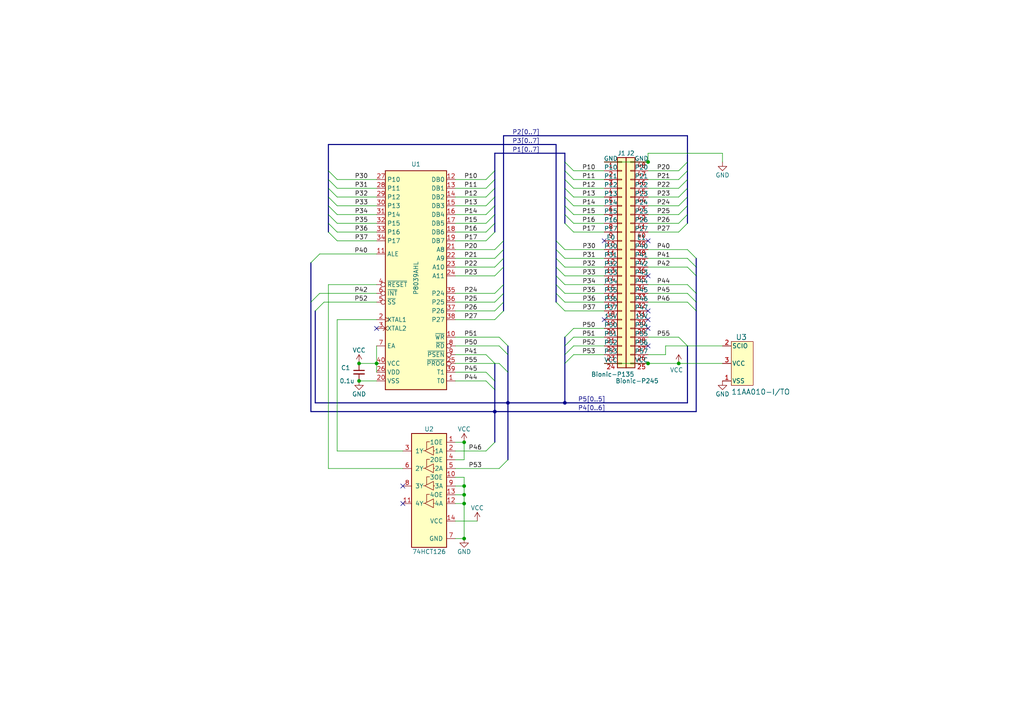
<source format=kicad_sch>
(kicad_sch (version 20230121) (generator eeschema)
  (paper "A4")
  (title_block (title "BionicP8048") (date "2022-01-18") (rev "1") (company "Tadashi G. Takaoka"))
  (lib_symbols
    (symbol "0-LocalLibrary:11AA010-I_TO" (pin_names (offset 0.254))
      (property "Reference" "U" (at 2.54 1.27 0))
      (property "Value" "11AA010-I/TO" (at 3.81 -13.97 0))
      (symbol "11AA010-I_TO_1_1"
        (rectangle (start 0 0) (end 6.35 -12.7) (fill (type background)))
        (pin power_in line (at -2.54 -11.43 0) (length 2.54) (name "VSS") (number "1"))
        (pin bidirectional line (at -2.54 -1.27 0) (length 2.54) (name "SCIO") (number "2"))
        (pin power_in line (at -2.54 -6.35 0) (length 2.54) (name "VCC") (number "3"))
      )
    )
    (symbol "0-LocalLibrary:74HCT126" (pin_names (offset 1.016))
      (property "Reference" "U" (at 0 16.51 0))
      (property "Value" "74HCT126" (at 0 -19.05 0))
      (symbol "74HCT126_0_1"
        (polyline (pts (xy -1.2954 10.2108) (xy -1.6002 10.2108)))
        (polyline (pts (xy 1.2954 10.2362) (xy 1.651 10.2362)))
        (polyline (pts (xy 0.7112 10.5664) (xy 0.7112 12.827) (xy -0.127 12.827) (xy -0.1016 12.827)))
      )
      (symbol "74HCT126_1_0"
        (polyline (pts (xy 1.27 10.2362) (xy -1.27 11.5062) (xy -1.27 8.9662) (xy 1.27 10.2362)) (stroke (width 0.1524)))
        (pin input line (at -7.62 12.7 0) (length 2.54) (name "1OE") (number "1"))
        (pin input line (at -7.62 2.54 0) (length 2.54) (name "3OE") (number "10"))
        (pin tri_state line (at 7.62 -5.08 180) (length 2.54) (name "4Y") (number "11"))
        (pin input line (at -7.62 -5.08 0) (length 2.54) (name "4A") (number "12"))
        (pin input line (at -7.62 -2.54 0) (length 2.54) (name "4OE") (number "13"))
        (pin power_in line (at -7.62 -10.16 0) (length 2.54) (name "VCC") (number "14"))
        (pin input line (at -7.62 10.16 0) (length 2.54) (name "1A") (number "2"))
        (pin tri_state line (at 7.62 10.16 180) (length 2.54) (name "1Y") (number "3"))
        (pin input line (at -7.62 7.62 0) (length 2.54) (name "2OE") (number "4"))
        (pin input line (at -7.62 5.08 0) (length 2.54) (name "2A") (number "5"))
        (pin tri_state line (at 7.62 5.08 180) (length 2.54) (name "2Y") (number "6"))
        (pin power_in line (at -7.62 -15.24 0) (length 2.54) (name "GND") (number "7"))
        (pin tri_state line (at 7.62 0 180) (length 2.54) (name "3Y") (number "8"))
        (pin input line (at -7.62 0 0) (length 2.54) (name "3A") (number "9"))
      )
      (symbol "74HCT126_1_1"
        (rectangle (start -5.08 15.24) (end 5.08 -17.78) (stroke (width 0.254)) (fill (type background)))
        (polyline (pts (xy -1.2954 -5.0292) (xy -1.6002 -5.0292)))
        (polyline (pts (xy -1.2954 0.0508) (xy -1.6002 0.0508)))
        (polyline (pts (xy -1.2954 5.1308) (xy -1.6002 5.1308)))
        (polyline (pts (xy 1.2954 -5.0038) (xy 1.651 -5.0038)))
        (polyline (pts (xy 1.2954 0.0762) (xy 1.651 0.0762)))
        (polyline (pts (xy 1.2954 5.1562) (xy 1.651 5.1562)))
        (polyline (pts (xy 0.7112 -4.6736) (xy 0.7112 -2.413) (xy -0.127 -2.413) (xy -0.1016 -2.413)))
        (polyline (pts (xy 0.7112 0.4064) (xy 0.7112 2.667) (xy -0.127 2.667) (xy -0.1016 2.667)))
        (polyline (pts (xy 0.7112 5.4864) (xy 0.7112 7.747) (xy -0.127 7.747) (xy -0.1016 7.747)))
        (polyline (pts (xy 1.27 -5.0038) (xy -1.27 -3.7338) (xy -1.27 -6.2738) (xy 1.27 -5.0038)) (stroke (width 0.1524)))
        (polyline (pts (xy 1.27 0.0762) (xy -1.27 1.3462) (xy -1.27 -1.1938) (xy 1.27 0.0762)) (stroke (width 0.1524)))
        (polyline (pts (xy 1.27 5.1562) (xy -1.27 6.4262) (xy -1.27 3.8862) (xy 1.27 5.1562)) (stroke (width 0.1524)))
      )
    )
    (symbol "0-LocalLibrary:Bionic-P135" (pin_names (offset 0))
      (property "Reference" "J" (at 0 30.48 0))
      (property "Value" "Bionic-P135" (at -1.27 -33.02 0))
      (symbol "Bionic-P135_1_1"
        (rectangle (start -1.27 -30.353) (end 0 -30.607) (stroke (width 0.1524)))
        (rectangle (start -1.27 -27.813) (end 0 -28.067) (stroke (width 0.1524)))
        (rectangle (start -1.27 -25.273) (end 0 -25.527) (stroke (width 0.1524)))
        (rectangle (start -1.27 -22.733) (end 0 -22.987) (stroke (width 0.1524)))
        (rectangle (start -1.27 -20.193) (end 0 -20.447) (stroke (width 0.1524)))
        (rectangle (start -1.27 -17.653) (end 0 -17.907) (stroke (width 0.1524)))
        (rectangle (start -1.27 -15.113) (end 0 -15.367) (stroke (width 0.1524)))
        (rectangle (start -1.27 -12.573) (end 0 -12.827) (stroke (width 0.1524)))
        (rectangle (start -1.27 -10.033) (end 0 -10.287) (stroke (width 0.1524)))
        (rectangle (start -1.27 -7.493) (end 0 -7.747) (stroke (width 0.1524)))
        (rectangle (start -1.27 -4.953) (end 0 -5.207) (stroke (width 0.1524)))
        (rectangle (start -1.27 -2.413) (end 0 -2.667) (stroke (width 0.1524)))
        (rectangle (start -1.27 0.127) (end 0 -0.127) (stroke (width 0.1524)))
        (rectangle (start -1.27 2.667) (end 0 2.413) (stroke (width 0.1524)))
        (rectangle (start -1.27 5.207) (end 0 4.953) (stroke (width 0.1524)))
        (rectangle (start -1.27 7.747) (end 0 7.493) (stroke (width 0.1524)))
        (rectangle (start -1.27 10.287) (end 0 10.033) (stroke (width 0.1524)))
        (rectangle (start -1.27 12.827) (end 0 12.573) (stroke (width 0.1524)))
        (rectangle (start -1.27 15.367) (end 0 15.113) (stroke (width 0.1524)))
        (rectangle (start -1.27 17.907) (end 0 17.653) (stroke (width 0.1524)))
        (rectangle (start -1.27 20.447) (end 0 20.193) (stroke (width 0.1524)))
        (rectangle (start -1.27 22.987) (end 0 22.733) (stroke (width 0.1524)))
        (rectangle (start -1.27 25.527) (end 0 25.273) (stroke (width 0.1524)))
        (rectangle (start -1.27 28.067) (end 0 27.813) (stroke (width 0.1524)))
        (rectangle (start -1.27 29.21) (end 1.27 -31.75) (stroke (width 0.254)) (fill (type background)))
        (pin power_out line (at -5.08 27.94 0) (length 3.81) (name "GND") (number "1"))
        (pin bidirectional line (at -5.08 5.08 0) (length 3.81) (name "E0") (number "10"))
        (pin bidirectional line (at -5.08 2.54 0) (length 3.81) (name "P30") (number "11"))
        (pin bidirectional line (at -5.08 0 0) (length 3.81) (name "P31") (number "12"))
        (pin bidirectional line (at -5.08 -2.54 0) (length 3.81) (name "P32") (number "13"))
        (pin bidirectional line (at -5.08 -5.08 0) (length 3.81) (name "P33") (number "14"))
        (pin bidirectional line (at -5.08 -7.62 0) (length 3.81) (name "P34") (number "15"))
        (pin bidirectional line (at -5.08 -10.16 0) (length 3.81) (name "P35") (number "16"))
        (pin bidirectional line (at -5.08 -12.7 0) (length 3.81) (name "P36") (number "17"))
        (pin bidirectional line (at -5.08 -15.24 0) (length 3.81) (name "P37") (number "18"))
        (pin power_out line (at -5.08 -17.78 0) (length 3.81) (name "15V") (number "19"))
        (pin bidirectional line (at -5.08 25.4 0) (length 3.81) (name "P10") (number "2"))
        (pin bidirectional line (at -5.08 -20.32 0) (length 3.81) (name "P50") (number "20"))
        (pin bidirectional line (at -5.08 -22.86 0) (length 3.81) (name "P51") (number "21"))
        (pin bidirectional line (at -5.08 -25.4 0) (length 3.81) (name "P52") (number "22"))
        (pin bidirectional line (at -5.08 -27.94 0) (length 3.81) (name "P53") (number "23"))
        (pin power_out line (at -5.08 -30.48 0) (length 3.81) (name "VCC") (number "24"))
        (pin bidirectional line (at -5.08 22.86 0) (length 3.81) (name "P11") (number "3"))
        (pin bidirectional line (at -5.08 20.32 0) (length 3.81) (name "P12") (number "4"))
        (pin bidirectional line (at -5.08 17.78 0) (length 3.81) (name "P13") (number "5"))
        (pin bidirectional line (at -5.08 15.24 0) (length 3.81) (name "P14") (number "6"))
        (pin bidirectional line (at -5.08 12.7 0) (length 3.81) (name "P15") (number "7"))
        (pin bidirectional line (at -5.08 10.16 0) (length 3.81) (name "P16") (number "8"))
        (pin bidirectional line (at -5.08 7.62 0) (length 3.81) (name "P17") (number "9"))
      )
    )
    (symbol "0-LocalLibrary:Bionic-P245" (pin_names (offset 0))
      (property "Reference" "J" (at -3.81 30.48 0))
      (property "Value" "Bionic-P245" (at -1.27 -33.02 0))
      (symbol "Bionic-P245_1_1"
        (rectangle (start -5.08 -31.75) (end -2.54 29.21) (stroke (width 0.254)) (fill (type background)))
        (rectangle (start -3.81 -30.607) (end -2.54 -30.353) (stroke (width 0.1524)))
        (rectangle (start -3.81 -28.067) (end -2.54 -27.813) (stroke (width 0.1524)))
        (rectangle (start -3.81 -25.527) (end -2.54 -25.273) (stroke (width 0.1524)))
        (rectangle (start -3.81 -22.987) (end -2.54 -22.733) (stroke (width 0.1524)))
        (rectangle (start -3.81 -20.447) (end -2.54 -20.193) (stroke (width 0.1524)))
        (rectangle (start -3.81 -17.907) (end -2.54 -17.653) (stroke (width 0.1524)))
        (rectangle (start -3.81 -15.367) (end -2.54 -15.113) (stroke (width 0.1524)))
        (rectangle (start -3.81 -12.827) (end -2.54 -12.573) (stroke (width 0.1524)))
        (rectangle (start -3.81 -10.287) (end -2.54 -10.033) (stroke (width 0.1524)))
        (rectangle (start -3.81 -7.747) (end -2.54 -7.493) (stroke (width 0.1524)))
        (rectangle (start -3.81 -5.207) (end -2.54 -4.953) (stroke (width 0.1524)))
        (rectangle (start -3.81 -2.667) (end -2.54 -2.413) (stroke (width 0.1524)))
        (rectangle (start -3.81 -0.127) (end -2.54 0.127) (stroke (width 0.1524)))
        (rectangle (start -3.81 2.413) (end -2.54 2.667) (stroke (width 0.1524)))
        (rectangle (start -3.81 4.953) (end -2.54 5.207) (stroke (width 0.1524)))
        (rectangle (start -3.81 7.493) (end -2.54 7.747) (stroke (width 0.1524)))
        (rectangle (start -3.81 10.033) (end -2.54 10.287) (stroke (width 0.1524)))
        (rectangle (start -3.81 12.573) (end -2.54 12.827) (stroke (width 0.1524)))
        (rectangle (start -3.81 15.113) (end -2.54 15.367) (stroke (width 0.1524)))
        (rectangle (start -3.81 17.653) (end -2.54 17.907) (stroke (width 0.1524)))
        (rectangle (start -3.81 20.193) (end -2.54 20.447) (stroke (width 0.1524)))
        (rectangle (start -3.81 22.733) (end -2.54 22.987) (stroke (width 0.1524)))
        (rectangle (start -3.81 25.273) (end -2.54 25.527) (stroke (width 0.1524)))
        (rectangle (start -3.81 27.813) (end -2.54 28.067) (stroke (width 0.1524)))
        (pin power_in line (at 1.27 -30.48 180) (length 3.81) (name "VCC") (number "25"))
        (pin bidirectional line (at 1.27 -27.94 180) (length 3.81) (name "P57") (number "26"))
        (pin bidirectional line (at 1.27 -25.4 180) (length 3.81) (name "P56") (number "27"))
        (pin bidirectional line (at 1.27 -22.86 180) (length 3.81) (name "P55") (number "28"))
        (pin bidirectional line (at 1.27 -20.32 180) (length 3.81) (name "P54") (number "29"))
        (pin power_in line (at 1.27 -17.78 180) (length 3.81) (name "15V") (number "30"))
        (pin bidirectional line (at 1.27 -15.24 180) (length 3.81) (name "P47") (number "31"))
        (pin bidirectional line (at 1.27 -12.7 180) (length 3.81) (name "P46") (number "32"))
        (pin bidirectional line (at 1.27 -10.16 180) (length 3.81) (name "P45") (number "33"))
        (pin bidirectional line (at 1.27 -7.62 180) (length 3.81) (name "P44") (number "34"))
        (pin bidirectional line (at 1.27 -5.08 180) (length 3.81) (name "P43") (number "35"))
        (pin bidirectional line (at 1.27 -2.54 180) (length 3.81) (name "P42") (number "36"))
        (pin bidirectional line (at 1.27 0 180) (length 3.81) (name "P41") (number "37"))
        (pin bidirectional line (at 1.27 2.54 180) (length 3.81) (name "P40") (number "38"))
        (pin bidirectional line (at 1.27 5.08 180) (length 3.81) (name "E1") (number "39"))
        (pin bidirectional line (at 1.27 7.62 180) (length 3.81) (name "P27") (number "40"))
        (pin bidirectional line (at 1.27 10.16 180) (length 3.81) (name "P26") (number "41"))
        (pin bidirectional line (at 1.27 12.7 180) (length 3.81) (name "P25") (number "42"))
        (pin bidirectional line (at 1.27 15.24 180) (length 3.81) (name "P24") (number "43"))
        (pin bidirectional line (at 1.27 17.78 180) (length 3.81) (name "P23") (number "44"))
        (pin bidirectional line (at 1.27 20.32 180) (length 3.81) (name "P22") (number "45"))
        (pin bidirectional line (at 1.27 22.86 180) (length 3.81) (name "P21") (number "46"))
        (pin bidirectional line (at 1.27 25.4 180) (length 3.81) (name "P20") (number "47"))
        (pin power_in line (at 1.27 27.94 180) (length 3.81) (name "GND") (number "48"))
      )
    )
    (symbol "0-LocalLibrary:P8039AHL"
      (property "Reference" "U" (at -1.27 31.75 0))
      (property "Value" "P8039AHL" (at 0 -3.81 90))
      (symbol "P8039AHL_0_1"
        (rectangle (start -8.89 -33.02) (end 8.89 30.48) (stroke (width 0.254)) (fill (type background)))
      )
      (symbol "P8039AHL_1_1"
        (pin output line (at 11.43 -30.48 180) (length 2.54) (name "T0") (number "1"))
        (pin output line (at 11.43 -17.78 180) (length 2.54) (name "~{WR}") (number "10"))
        (pin output line (at -11.43 6.35 0) (length 2.54) (name "ALE") (number "11"))
        (pin bidirectional line (at 11.43 27.94 180) (length 2.54) (name "DB0") (number "12"))
        (pin bidirectional line (at 11.43 25.4 180) (length 2.54) (name "DB1") (number "13"))
        (pin bidirectional line (at 11.43 22.86 180) (length 2.54) (name "DB2") (number "14"))
        (pin bidirectional line (at 11.43 20.32 180) (length 2.54) (name "DB3") (number "15"))
        (pin bidirectional line (at 11.43 17.78 180) (length 2.54) (name "DB4") (number "16"))
        (pin bidirectional line (at 11.43 15.24 180) (length 2.54) (name "DB5") (number "17"))
        (pin bidirectional line (at 11.43 12.7 180) (length 2.54) (name "DB6") (number "18"))
        (pin bidirectional line (at 11.43 10.16 180) (length 2.54) (name "DB7") (number "19"))
        (pin input clock (at -11.43 -12.7 0) (length 2.54) (name "XTAL1") (number "2"))
        (pin power_in line (at -11.43 -30.48 0) (length 2.54) (name "VSS") (number "20"))
        (pin output line (at 11.43 7.62 180) (length 2.54) (name "A8") (number "21"))
        (pin output line (at 11.43 5.08 180) (length 2.54) (name "A9") (number "22"))
        (pin output line (at 11.43 2.54 180) (length 2.54) (name "A10") (number "23"))
        (pin output line (at 11.43 0 180) (length 2.54) (name "A11") (number "24"))
        (pin output inverted (at 11.43 -25.4 180) (length 2.54) (name "~{PROG}") (number "25"))
        (pin power_in line (at -11.43 -27.94 0) (length 2.54) (name "VDD") (number "26"))
        (pin bidirectional line (at -11.43 27.94 0) (length 2.54) (name "P10") (number "27"))
        (pin bidirectional line (at -11.43 25.4 0) (length 2.54) (name "P11") (number "28"))
        (pin bidirectional line (at -11.43 22.86 0) (length 2.54) (name "P12") (number "29"))
        (pin input non_logic (at -11.43 -15.24 0) (length 2.54) (name "XTAL2") (number "3"))
        (pin bidirectional line (at -11.43 20.32 0) (length 2.54) (name "P13") (number "30"))
        (pin bidirectional line (at -11.43 17.78 0) (length 2.54) (name "P14") (number "31"))
        (pin bidirectional line (at -11.43 15.24 0) (length 2.54) (name "P15") (number "32"))
        (pin bidirectional line (at -11.43 12.7 0) (length 2.54) (name "P16") (number "33"))
        (pin bidirectional line (at -11.43 10.16 0) (length 2.54) (name "P17") (number "34"))
        (pin bidirectional line (at 11.43 -5.08 180) (length 2.54) (name "P24") (number "35"))
        (pin bidirectional line (at 11.43 -7.62 180) (length 2.54) (name "P25") (number "36"))
        (pin bidirectional line (at 11.43 -10.16 180) (length 2.54) (name "P26") (number "37"))
        (pin bidirectional line (at 11.43 -12.7 180) (length 2.54) (name "P27") (number "38"))
        (pin output line (at 11.43 -27.94 180) (length 2.54) (name "T1") (number "39"))
        (pin input inverted (at -11.43 -2.54 0) (length 2.54) (name "~{RESET}") (number "4"))
        (pin power_in line (at -11.43 -25.4 0) (length 2.54) (name "VCC") (number "40"))
        (pin input inverted (at -11.43 -7.62 0) (length 2.54) (name "~{SS}") (number "5"))
        (pin input inverted (at -11.43 -5.08 0) (length 2.54) (name "~{INT}") (number "6"))
        (pin input line (at -11.43 -20.32 0) (length 2.54) (name "EA") (number "7"))
        (pin output inverted (at 11.43 -20.32 180) (length 2.54) (name "~{RD}") (number "8"))
        (pin output inverted (at 11.43 -22.86 180) (length 2.54) (name "~{PSEN}") (number "9"))
      )
    )
    (symbol "Device:C_Small" (pin_numbers hide) (pin_names (offset 0.254) hide)
      (property "Reference" "C" (at 0.254 1.778 0))
      (property "Value" "C_Small" (at 0.254 -2.032 0))
      (symbol "C_Small_0_1"
        (polyline (pts (xy -1.524 -0.508) (xy 1.524 -0.508)) (stroke (width 0.3302)))
        (polyline (pts (xy -1.524 0.508) (xy 1.524 0.508)) (stroke (width 0.3048)))
      )
      (symbol "C_Small_1_1"
        (pin passive line (at 0 2.54 270) (length 2.032) (name "~") (number "1"))
        (pin passive line (at 0 -2.54 90) (length 2.032) (name "~") (number "2"))
      )
    )
    (symbol "power:GND" (power) (pin_names (offset 0))
      (property "Value" "GND" (at 0 -3.81 0))
      (symbol "GND_0_1"
        (polyline (pts (xy 0 0) (xy 0 -1.27) (xy 1.27 -1.27) (xy 0 -2.54) (xy -1.27 -1.27) (xy 0 -1.27)))
      )
      (symbol "GND_1_1"
        (pin power_in line (at 0 0 270) (length 0) hide (name "GND") (number "1"))
      )
    )
    (symbol "power:VCC" (power) (pin_names (offset 0))
      (property "Value" "VCC" (at 0 3.81 0))
      (symbol "VCC_0_1"
        (polyline (pts (xy -0.762 1.27) (xy 0 2.54)))
        (polyline (pts (xy 0 0) (xy 0 2.54)))
        (polyline (pts (xy 0 2.54) (xy 0.762 1.27)))
      )
      (symbol "VCC_1_1"
        (pin power_in line (at 0 0 90) (length 0) hide (name "VCC") (number "1"))
      )
    )
  )
  (junction (at 134.62 140.97))
  (junction (at 134.62 128.27))
  (junction (at 109.22 105.41))
  (junction (at 143.51 119.38))
  (junction (at 134.62 156.21))
  (junction (at 104.14 105.41))
  (junction (at 104.14 110.49))
  (junction (at 187.96 105.41))
  (junction (at 196.85 105.41))
  (junction (at 134.62 143.51))
  (junction (at 134.62 146.05))
  (junction (at 147.32 116.84))
  (junction (at 163.83 116.84))
  (junction (at 187.96 46.99))
  (no_connect (at 175.26 92.71))
  (no_connect (at 175.26 69.85))
  (no_connect (at 116.84 146.05))
  (no_connect (at 187.96 90.17))
  (no_connect (at 109.22 95.25))
  (no_connect (at 187.96 80.01))
  (no_connect (at 187.96 69.85))
  (no_connect (at 116.84 140.97))
  (no_connect (at 187.96 100.33))
  (no_connect (at 187.96 95.25))
  (no_connect (at 187.96 92.71))
  (bus_entry (at 143.51 128.27) (size -2.54 2.54))
  (bus_entry (at 95.25 57.15) (size 2.54 2.54))
  (bus_entry (at 199.39 52.07) (size -2.54 2.54))
  (bus_entry (at 199.39 74.93) (size 2.54 2.54))
  (bus_entry (at 95.25 59.69) (size 2.54 2.54))
  (bus_entry (at 140.97 52.07) (size 2.54 -2.54))
  (bus_entry (at 161.29 82.55) (size 2.54 2.54))
  (bus_entry (at 199.39 54.61) (size -2.54 2.54))
  (bus_entry (at 146.05 74.93) (size -2.54 2.54))
  (bus_entry (at 199.39 77.47) (size 2.54 2.54))
  (bus_entry (at 146.05 77.47) (size -2.54 2.54))
  (bus_entry (at 146.05 82.55) (size -2.54 2.54))
  (bus_entry (at 140.97 62.23) (size 2.54 -2.54))
  (bus_entry (at 140.97 69.85) (size 2.54 -2.54))
  (bus_entry (at 163.83 102.87) (size 2.54 -2.54))
  (bus_entry (at 199.39 62.23) (size -2.54 2.54))
  (bus_entry (at 199.39 82.55) (size 2.54 2.54))
  (bus_entry (at 199.39 59.69) (size -2.54 2.54))
  (bus_entry (at 163.83 100.33) (size 2.54 -2.54))
  (bus_entry (at 95.25 49.53) (size 2.54 2.54))
  (bus_entry (at 95.25 67.31) (size 2.54 2.54))
  (bus_entry (at 140.97 59.69) (size 2.54 -2.54))
  (bus_entry (at 140.97 107.95) (size 2.54 2.54))
  (bus_entry (at 166.37 57.15) (size -2.54 -2.54))
  (bus_entry (at 140.97 64.77) (size 2.54 -2.54))
  (bus_entry (at 166.37 62.23) (size -2.54 -2.54))
  (bus_entry (at 161.29 87.63) (size 2.54 2.54))
  (bus_entry (at 166.37 49.53) (size -2.54 -2.54))
  (bus_entry (at 147.32 102.87) (size -2.54 -2.54))
  (bus_entry (at 147.32 133.35) (size -2.54 2.54))
  (bus_entry (at 146.05 69.85) (size -2.54 2.54))
  (bus_entry (at 199.39 57.15) (size -2.54 2.54))
  (bus_entry (at 199.39 64.77) (size -2.54 2.54))
  (bus_entry (at 146.05 90.17) (size -2.54 2.54))
  (bus_entry (at 140.97 54.61) (size 2.54 -2.54))
  (bus_entry (at 147.32 100.33) (size -2.54 -2.54))
  (bus_entry (at 163.83 105.41) (size 2.54 -2.54))
  (bus_entry (at 140.97 110.49) (size 2.54 2.54))
  (bus_entry (at 199.39 46.99) (size -2.54 2.54))
  (bus_entry (at 161.29 74.93) (size 2.54 2.54))
  (bus_entry (at 146.05 85.09) (size -2.54 2.54))
  (bus_entry (at 166.37 59.69) (size -2.54 -2.54))
  (bus_entry (at 199.39 87.63) (size 2.54 2.54))
  (bus_entry (at 90.17 87.63) (size 2.54 -2.54))
  (bus_entry (at 140.97 57.15) (size 2.54 -2.54))
  (bus_entry (at 199.39 72.39) (size 2.54 2.54))
  (bus_entry (at 196.85 97.79) (size 2.54 2.54))
  (bus_entry (at 140.97 102.87) (size 2.54 2.54))
  (bus_entry (at 90.17 76.2) (size 2.54 -2.54))
  (bus_entry (at 95.25 52.07) (size 2.54 2.54))
  (bus_entry (at 199.39 49.53) (size -2.54 2.54))
  (bus_entry (at 146.05 87.63) (size -2.54 2.54))
  (bus_entry (at 163.83 97.79) (size 2.54 -2.54))
  (bus_entry (at 147.32 107.95) (size -2.54 -2.54))
  (bus_entry (at 166.37 64.77) (size -2.54 -2.54))
  (bus_entry (at 161.29 80.01) (size 2.54 2.54))
  (bus_entry (at 161.29 77.47) (size 2.54 2.54))
  (bus_entry (at 166.37 52.07) (size -2.54 -2.54))
  (bus_entry (at 140.97 67.31) (size 2.54 -2.54))
  (bus_entry (at 95.25 64.77) (size 2.54 2.54))
  (bus_entry (at 166.37 54.61) (size -2.54 -2.54))
  (bus_entry (at 199.39 85.09) (size 2.54 2.54))
  (bus_entry (at 95.25 54.61) (size 2.54 2.54))
  (bus_entry (at 161.29 69.85) (size 2.54 2.54))
  (bus_entry (at 95.25 62.23) (size 2.54 2.54))
  (bus_entry (at 161.29 85.09) (size 2.54 2.54))
  (bus_entry (at 146.05 72.39) (size -2.54 2.54))
  (bus_entry (at 166.37 67.31) (size -2.54 -2.54))
  (bus_entry (at 161.29 72.39) (size 2.54 2.54))
  (bus_entry (at 91.44 90.17) (size 2.54 -2.54))
  (wire (pts (xy 109.22 100.33) (xy 109.22 105.41)))
  (wire (pts (xy 132.08 105.41) (xy 143.51 105.41)))
  (wire (pts (xy 193.04 100.33) (xy 199.39 100.33)))
  (bus (pts (xy 199.39 59.69) (xy 199.39 62.23)))
  (bus (pts (xy 199.39 100.33) (xy 199.39 116.84)))
  (bus (pts (xy 199.39 39.37) (xy 146.05 39.37)))
  (bus (pts (xy 91.44 90.17) (xy 91.44 116.84)))
  (wire (pts (xy 163.83 72.39) (xy 175.26 72.39)))
  (bus (pts (xy 143.51 44.45) (xy 143.51 49.53)))
  (bus (pts (xy 161.29 41.91) (xy 95.25 41.91)))
  (bus (pts (xy 147.32 116.84) (xy 91.44 116.84)))
  (wire (pts (xy 97.79 69.85) (xy 109.22 69.85)))
  (wire (pts (xy 97.79 59.69) (xy 109.22 59.69)))
  (bus (pts (xy 143.51 54.61) (xy 143.51 57.15)))
  (wire (pts (xy 132.08 85.09) (xy 143.51 85.09)))
  (wire (pts (xy 132.08 110.49) (xy 140.97 110.49)))
  (wire (pts (xy 132.08 146.05) (xy 134.62 146.05)))
  (wire (pts (xy 196.85 105.41) (xy 209.55 105.41)))
  (wire (pts (xy 132.08 156.21) (xy 134.62 156.21)))
  (bus (pts (xy 161.29 85.09) (xy 161.29 82.55)))
  (wire (pts (xy 109.22 105.41) (xy 109.855 105.41)))
  (bus (pts (xy 163.83 49.53) (xy 163.83 52.07)))
  (wire (pts (xy 132.08 59.69) (xy 140.97 59.69)))
  (wire (pts (xy 132.08 57.15) (xy 140.97 57.15)))
  (wire (pts (xy 97.79 64.77) (xy 109.22 64.77)))
  (wire (pts (xy 175.26 67.31) (xy 166.37 67.31)))
  (wire (pts (xy 132.08 151.13) (xy 138.43 151.13)))
  (wire (pts (xy 97.79 130.81) (xy 97.79 92.71)))
  (wire (pts (xy 134.62 146.05) (xy 134.62 156.21)))
  (wire (pts (xy 97.79 57.15) (xy 109.22 57.15)))
  (wire (pts (xy 97.79 67.31) (xy 109.22 67.31)))
  (wire (pts (xy 187.96 57.15) (xy 196.85 57.15)))
  (bus (pts (xy 161.29 77.47) (xy 161.29 74.93)))
  (bus (pts (xy 199.39 49.53) (xy 199.39 52.07)))
  (wire (pts (xy 163.83 74.93) (xy 175.26 74.93)))
  (bus (pts (xy 163.83 57.15) (xy 163.83 59.69)))
  (bus (pts (xy 146.05 39.37) (xy 146.05 69.85)))
  (bus (pts (xy 146.05 82.55) (xy 146.05 85.09)))
  (bus (pts (xy 161.29 80.01) (xy 161.29 77.47)))
  (bus (pts (xy 163.83 105.41) (xy 163.83 116.84)))
  (bus (pts (xy 146.05 85.09) (xy 146.05 87.63)))
  (wire (pts (xy 175.26 64.77) (xy 166.37 64.77)))
  (wire (pts (xy 163.83 82.55) (xy 175.26 82.55)))
  (bus (pts (xy 90.17 87.63) (xy 90.17 119.38)))
  (wire (pts (xy 132.08 74.93) (xy 143.51 74.93)))
  (wire (pts (xy 187.96 44.45) (xy 209.55 44.45)))
  (bus (pts (xy 163.83 59.69) (xy 163.83 62.23)))
  (bus (pts (xy 143.51 105.41) (xy 143.51 110.49)))
  (bus (pts (xy 146.05 72.39) (xy 146.05 74.93)))
  (bus (pts (xy 199.39 57.15) (xy 199.39 59.69)))
  (wire (pts (xy 132.08 92.71) (xy 143.51 92.71)))
  (wire (pts (xy 109.22 82.55) (xy 95.25 82.55)))
  (bus (pts (xy 143.51 119.38) (xy 143.51 128.27)))
  (wire (pts (xy 187.96 97.79) (xy 196.85 97.79)))
  (wire (pts (xy 175.26 46.99) (xy 187.96 46.99)))
  (wire (pts (xy 187.96 87.63) (xy 199.39 87.63)))
  (bus (pts (xy 199.39 46.99) (xy 199.39 49.53)))
  (wire (pts (xy 132.08 143.51) (xy 134.62 143.51)))
  (bus (pts (xy 147.32 116.84) (xy 147.32 133.35)))
  (wire (pts (xy 104.14 110.49) (xy 109.22 110.49)))
  (wire (pts (xy 116.84 130.81) (xy 97.79 130.81)))
  (wire (pts (xy 132.08 80.01) (xy 143.51 80.01)))
  (wire (pts (xy 175.26 102.87) (xy 166.37 102.87)))
  (wire (pts (xy 132.08 138.43) (xy 134.62 138.43)))
  (wire (pts (xy 187.96 77.47) (xy 199.39 77.47)))
  (wire (pts (xy 187.96 72.39) (xy 199.39 72.39)))
  (wire (pts (xy 93.98 87.63) (xy 109.22 87.63)))
  (bus (pts (xy 95.25 52.07) (xy 95.25 54.61)))
  (wire (pts (xy 187.96 52.07) (xy 196.85 52.07)))
  (bus (pts (xy 163.83 44.45) (xy 163.83 46.99)))
  (wire (pts (xy 187.96 59.69) (xy 196.85 59.69)))
  (wire (pts (xy 209.55 44.45) (xy 209.55 46.99)))
  (bus (pts (xy 199.39 52.07) (xy 199.39 54.61)))
  (bus (pts (xy 146.05 69.85) (xy 146.05 72.39)))
  (wire (pts (xy 193.04 102.87) (xy 193.04 100.33)))
  (wire (pts (xy 187.96 105.41) (xy 196.85 105.41)))
  (wire (pts (xy 132.08 130.81) (xy 140.97 130.81)))
  (wire (pts (xy 175.26 97.79) (xy 166.37 97.79)))
  (wire (pts (xy 199.39 100.33) (xy 209.55 100.33)))
  (wire (pts (xy 134.62 138.43) (xy 134.62 140.97)))
  (bus (pts (xy 201.93 77.47) (xy 201.93 80.01)))
  (wire (pts (xy 175.26 49.53) (xy 166.37 49.53)))
  (wire (pts (xy 175.26 57.15) (xy 166.37 57.15)))
  (bus (pts (xy 95.25 62.23) (xy 95.25 64.77)))
  (wire (pts (xy 132.08 135.89) (xy 144.78 135.89)))
  (wire (pts (xy 187.96 62.23) (xy 196.85 62.23)))
  (wire (pts (xy 92.71 85.09) (xy 109.22 85.09)))
  (wire (pts (xy 97.79 62.23) (xy 109.22 62.23)))
  (bus (pts (xy 163.83 100.33) (xy 163.83 102.87)))
  (wire (pts (xy 187.96 64.77) (xy 196.85 64.77)))
  (wire (pts (xy 163.83 80.01) (xy 175.26 80.01)))
  (wire (pts (xy 140.97 107.95) (xy 132.08 107.95)))
  (bus (pts (xy 90.17 119.38) (xy 143.51 119.38)))
  (wire (pts (xy 175.26 105.41) (xy 187.96 105.41)))
  (wire (pts (xy 97.79 92.71) (xy 109.22 92.71)))
  (wire (pts (xy 95.25 135.89) (xy 116.84 135.89)))
  (bus (pts (xy 201.93 85.09) (xy 201.93 87.63)))
  (wire (pts (xy 132.08 67.31) (xy 140.97 67.31)))
  (bus (pts (xy 163.83 97.79) (xy 163.83 100.33)))
  (bus (pts (xy 146.05 74.93) (xy 146.05 77.47)))
  (wire (pts (xy 175.26 95.25) (xy 166.37 95.25)))
  (wire (pts (xy 132.08 52.07) (xy 140.97 52.07)))
  (wire (pts (xy 132.08 69.85) (xy 140.97 69.85)))
  (bus (pts (xy 95.25 64.77) (xy 95.25 67.31)))
  (wire (pts (xy 163.83 85.09) (xy 175.26 85.09)))
  (bus (pts (xy 95.25 41.91) (xy 95.25 49.53)))
  (bus (pts (xy 143.51 64.77) (xy 143.51 67.31)))
  (wire (pts (xy 187.96 82.55) (xy 199.39 82.55)))
  (bus (pts (xy 95.25 49.53) (xy 95.25 52.07)))
  (bus (pts (xy 201.93 87.63) (xy 201.93 90.17)))
  (bus (pts (xy 161.29 74.93) (xy 161.29 72.39)))
  (wire (pts (xy 97.79 52.07) (xy 109.22 52.07)))
  (bus (pts (xy 163.83 46.99) (xy 163.83 49.53)))
  (wire (pts (xy 132.08 87.63) (xy 143.51 87.63)))
  (wire (pts (xy 132.08 97.79) (xy 144.78 97.79)))
  (wire (pts (xy 143.51 105.41) (xy 144.78 105.41)))
  (bus (pts (xy 143.51 59.69) (xy 143.51 62.23)))
  (bus (pts (xy 163.83 54.61) (xy 163.83 57.15)))
  (bus (pts (xy 90.17 76.2) (xy 90.17 87.63)))
  (bus (pts (xy 143.51 113.03) (xy 143.51 119.38)))
  (bus (pts (xy 143.51 119.38) (xy 201.93 119.38)))
  (wire (pts (xy 132.08 128.27) (xy 134.62 128.27)))
  (bus (pts (xy 201.93 90.17) (xy 201.93 119.38)))
  (wire (pts (xy 109.22 107.95) (xy 109.22 105.41)))
  (wire (pts (xy 132.08 133.35) (xy 134.62 133.35)))
  (bus (pts (xy 147.32 107.95) (xy 147.32 116.84)))
  (wire (pts (xy 95.25 82.55) (xy 95.25 135.89)))
  (wire (pts (xy 104.14 105.41) (xy 109.22 105.41)))
  (wire (pts (xy 134.62 140.97) (xy 134.62 143.51)))
  (wire (pts (xy 132.08 54.61) (xy 140.97 54.61)))
  (bus (pts (xy 143.51 49.53) (xy 143.51 52.07)))
  (wire (pts (xy 132.08 77.47) (xy 143.51 77.47)))
  (wire (pts (xy 175.26 52.07) (xy 166.37 52.07)))
  (bus (pts (xy 147.32 102.87) (xy 147.32 107.95)))
  (bus (pts (xy 163.83 102.87) (xy 163.83 105.41)))
  (wire (pts (xy 187.96 85.09) (xy 199.39 85.09)))
  (bus (pts (xy 201.93 80.01) (xy 201.93 85.09)))
  (bus (pts (xy 143.51 44.45) (xy 163.83 44.45)))
  (bus (pts (xy 199.39 62.23) (xy 199.39 64.77)))
  (wire (pts (xy 97.79 54.61) (xy 109.22 54.61)))
  (wire (pts (xy 132.08 102.87) (xy 140.97 102.87)))
  (bus (pts (xy 161.29 72.39) (xy 161.29 69.85)))
  (wire (pts (xy 187.96 44.45) (xy 187.96 46.99)))
  (bus (pts (xy 146.05 77.47) (xy 146.05 82.55)))
  (bus (pts (xy 161.29 87.63) (xy 161.29 85.09)))
  (bus (pts (xy 199.39 116.84) (xy 163.83 116.84)))
  (bus (pts (xy 201.93 74.93) (xy 201.93 77.47)))
  (wire (pts (xy 175.26 59.69) (xy 166.37 59.69)))
  (bus (pts (xy 147.32 100.33) (xy 147.32 102.87)))
  (wire (pts (xy 187.96 74.93) (xy 199.39 74.93)))
  (wire (pts (xy 175.26 100.33) (xy 166.37 100.33)))
  (bus (pts (xy 95.25 57.15) (xy 95.25 59.69)))
  (wire (pts (xy 132.08 90.17) (xy 143.51 90.17)))
  (bus (pts (xy 146.05 87.63) (xy 146.05 90.17)))
  (wire (pts (xy 187.96 54.61) (xy 196.85 54.61)))
  (wire (pts (xy 134.62 128.27) (xy 134.62 133.35)))
  (bus (pts (xy 143.51 57.15) (xy 143.51 59.69)))
  (bus (pts (xy 143.51 62.23) (xy 143.51 64.77)))
  (bus (pts (xy 199.39 54.61) (xy 199.39 57.15)))
  (bus (pts (xy 163.83 62.23) (xy 163.83 64.77)))
  (wire (pts (xy 187.96 49.53) (xy 196.85 49.53)))
  (bus (pts (xy 143.51 52.07) (xy 143.51 54.61)))
  (wire (pts (xy 132.08 72.39) (xy 143.51 72.39)))
  (bus (pts (xy 163.83 116.84) (xy 147.32 116.84)))
  (wire (pts (xy 92.71 73.66) (xy 109.22 73.66)))
  (bus (pts (xy 161.29 82.55) (xy 161.29 80.01)))
  (wire (pts (xy 132.08 62.23) (xy 140.97 62.23)))
  (wire (pts (xy 187.96 102.87) (xy 193.04 102.87)))
  (bus (pts (xy 161.29 69.85) (xy 161.29 41.91)))
  (wire (pts (xy 175.26 62.23) (xy 166.37 62.23)))
  (bus (pts (xy 199.39 39.37) (xy 199.39 46.99)))
  (wire (pts (xy 187.96 67.31) (xy 196.85 67.31)))
  (wire (pts (xy 163.83 90.17) (xy 175.26 90.17)))
  (wire (pts (xy 132.08 64.77) (xy 140.97 64.77)))
  (bus (pts (xy 95.25 54.61) (xy 95.25 57.15)))
  (wire (pts (xy 132.08 100.33) (xy 144.78 100.33)))
  (wire (pts (xy 163.83 87.63) (xy 175.26 87.63)))
  (wire (pts (xy 132.08 140.97) (xy 134.62 140.97)))
  (wire (pts (xy 134.62 143.51) (xy 134.62 146.05)))
  (wire (pts (xy 175.26 54.61) (xy 166.37 54.61)))
  (wire (pts (xy 163.83 77.47) (xy 175.26 77.47)))
  (bus (pts (xy 95.25 59.69) (xy 95.25 62.23)))
  (bus (pts (xy 143.51 110.49) (xy 143.51 113.03)))
  (bus (pts (xy 163.83 52.07) (xy 163.83 54.61)))
  (label "P27" (at 190.5 67.31 0))
  (label "P21" (at 134.62 74.93 0))
  (label "P23" (at 134.62 80.01 0))
  (label "P10" (at 172.72 49.53 180))
  (label "P11" (at 134.62 54.61 0))
  (label "P30" (at 168.91 72.39 0))
  (label "P25" (at 134.62 87.63 0))
  (label "P46" (at 135.89 130.81 0))
  (label "P15" (at 134.62 64.77 0))
  (label "P14" (at 172.72 59.69 180))
  (label "P36" (at 102.87 67.31 0))
  (label "P31" (at 168.91 74.93 0))
  (label "P33" (at 102.87 59.69 0))
  (label "P32" (at 168.91 77.47 0))
  (label "P40" (at 190.5 72.39 0))
  (label "P5[0..5]" (at 167.64 116.84 0))
  (label "P45" (at 134.62 107.95 0))
  (label "P2[0..7]" (at 148.59 39.37 0))
  (label "P20" (at 134.62 72.39 0))
  (label "P46" (at 190.5 87.63 0))
  (label "P12" (at 134.62 57.15 0))
  (label "P34" (at 168.91 82.55 0))
  (label "P42" (at 190.5 77.47 0))
  (label "P16" (at 134.62 67.31 0))
  (label "P53" (at 172.72 102.87 180))
  (label "P13" (at 134.62 59.69 0))
  (label "P17" (at 134.62 69.85 0))
  (label "P42" (at 106.68 85.09 180))
  (label "P20" (at 190.5 49.53 0))
  (label "P3[0..7]" (at 148.59 41.91 0))
  (label "P30" (at 102.87 52.07 0))
  (label "P13" (at 172.72 57.15 180))
  (label "P22" (at 134.62 77.47 0))
  (label "P37" (at 102.87 69.85 0))
  (label "P25" (at 190.5 62.23 0))
  (label "P55" (at 190.5 97.79 0))
  (label "P33" (at 168.91 80.01 0))
  (label "P52" (at 106.68 87.63 180))
  (label "P24" (at 134.62 85.09 0))
  (label "P40" (at 106.68 73.66 180))
  (label "P21" (at 190.5 52.07 0))
  (label "P41" (at 190.5 74.93 0))
  (label "P44" (at 134.62 110.49 0))
  (label "P35" (at 102.87 64.77 0))
  (label "P51" (at 134.62 97.79 0))
  (label "P26" (at 134.62 90.17 0))
  (label "P35" (at 168.91 85.09 0))
  (label "P50" (at 172.72 95.25 180))
  (label "P51" (at 172.72 97.79 180))
  (label "P16" (at 172.72 64.77 180))
  (label "P17" (at 172.72 67.31 180))
  (label "P11" (at 172.72 52.07 180))
  (label "P44" (at 190.5 82.55 0))
  (label "P26" (at 190.5 64.77 0))
  (label "P34" (at 102.87 62.23 0))
  (label "P4[0..6]" (at 167.64 119.38 0))
  (label "P27" (at 134.62 92.71 0))
  (label "P22" (at 190.5 54.61 0))
  (label "P37" (at 168.91 90.17 0))
  (label "P32" (at 102.87 57.15 0))
  (label "P52" (at 172.72 100.33 180))
  (label "P15" (at 172.72 62.23 180))
  (label "P50" (at 134.62 100.33 0))
  (label "P55" (at 134.62 105.41 0))
  (label "P10" (at 134.62 52.07 0))
  (label "P24" (at 190.5 59.69 0))
  (label "P12" (at 172.72 54.61 180))
  (label "P23" (at 190.5 57.15 0))
  (label "P1[0..7]" (at 148.59 44.45 0))
  (label "P31" (at 102.87 54.61 0))
  (label "P53" (at 135.89 135.89 0))
  (label "P41" (at 134.62 102.87 0))
  (label "P36" (at 168.91 87.63 0))
  (label "P45" (at 190.5 85.09 0))
  (label "P14" (at 134.62 62.23 0))
  (symbol (lib_id "Device:C_Small") (at 104.14 107.95 0) (mirror y) (unit 1)
    (property "Reference" "C1" (at 101.6 106.68 0) (effects (justify left)))
    (property "Value" "0.1u" (at 102.87 110.49 0) (effects (justify left)))
    (property "Footprint" "Capacitor_THT:C_Disc_D3.4mm_W2.1mm_P2.50mm" (effects hide))
  )
  (symbol (lib_id "0-LocalLibrary:74HCT126") (at 124.46 140.97 0) (mirror y) (unit 1)
    (property "Reference" "U2" (at 124.46 124.46 0))
    (property "Value" "74HCT126" (at 124.46 160.02 0))
    (property "Footprint" "Package_DIP:DIP-14_W7.62mm" (effects hide))
    (property "Datasheet" "https://www.ti.com/lit/ds/symlink/cd74hct126.pdf" (effects hide))
  )
  (symbol (lib_id "power:VCC") (at 104.14 105.41 0) (unit 1)
    (property "Reference" "#PWR04" (effects hide))
    (property "Value" "VCC" (at 104.14 101.6 0))
  )
  (symbol (lib_id "power:VCC") (at 138.43 151.13 0) (unit 1)
    (property "Reference" "#PWR03" (effects hide))
    (property "Value" "VCC" (at 138.43 147.32 0))
  )
  (symbol (lib_id "power:VCC") (at 134.62 128.27 0) (unit 1)
    (property "Reference" "#PWR02" (effects hide))
    (property "Value" "VCC" (at 134.62 124.46 0))
  )
  (symbol (lib_id "0-LocalLibrary:Bionic-P245") (at 186.69 74.93 0) (unit 1)
    (property "Reference" "J2" (at 182.88 44.45 0))
    (property "Value" "Bionic-P245" (at 184.785 110.49 0))
    (property "Footprint" "connector:Bionic-P245_Vertical" (effects hide))
  )
  (symbol (lib_id "power:GND") (at 209.55 46.99 0) (unit 1)
    (property "Reference" "#PWR05" (effects hide))
    (property "Value" "GND" (at 209.55 50.8 0))
  )
  (symbol (lib_id "power:VCC") (at 196.85 105.41 0) (unit 1)
    (property "Reference" "#PWR01" (effects hide))
    (property "Value" "VCC" (at 196.215 107.315 0))
  )
  (symbol (lib_id "power:GND") (at 104.14 110.49 0) (unit 1)
    (property "Reference" "#PWR07" (effects hide))
    (property "Value" "GND" (at 104.14 114.3 0))
  )
  (symbol (lib_id "0-LocalLibrary:Bionic-P135") (at 180.34 74.93 0) (unit 1)
    (property "Reference" "J1" (at 179.07 44.45 0) (effects (justify left)))
    (property "Value" "Bionic-P135" (at 171.45 108.585 0) (effects (justify left)))
    (property "Footprint" "connector:Bionic-P135_Vertical" (effects hide))
  )
  (symbol (lib_id "0-LocalLibrary:11AA010-I_TO") (at 212.09 99.06 0) (unit 1)
    (property "Reference" "U3" (at 213.36 97.79 0) (effects (font (size 1.524 1.524)) (justify left)))
    (property "Value" "11AA010-I/TO" (at 212.09 113.665 0) (effects (font (size 1.524 1.524)) (justify left)))
    (property "Footprint" "TO-92_MC_MCH" (effects hide))
    (property "Datasheet" "11AA010-I/TO" (effects hide))
  )
  (symbol (lib_id "power:GND") (at 134.62 156.21 0) (unit 1)
    (property "Reference" "#PWR06" (effects hide))
    (property "Value" "GND" (at 134.62 160.02 0))
  )
  (symbol (lib_id "0-LocalLibrary:P8039AHL") (at 120.65 80.01 0) (unit 1)
    (property "Reference" "U1" (at 120.65 47.625 0))
    (property "Value" "P8039AHL" (at 120.65 80.645 90))
    (property "Footprint" "Package_DIP:DIP-40_W15.24mm" (effects hide))
    (property "Datasheet" "https://datasheetspdf.com/pdf-file/45011/IntelCorporation/8085AH/1" (effects hide))
  )
  (symbol (lib_id "power:GND") (at 209.55 110.49 0) (unit 1)
    (property "Reference" "#PWR08" (effects hide))
    (property "Value" "GND" (at 209.55 114.3 0))
  )
)
</source>
